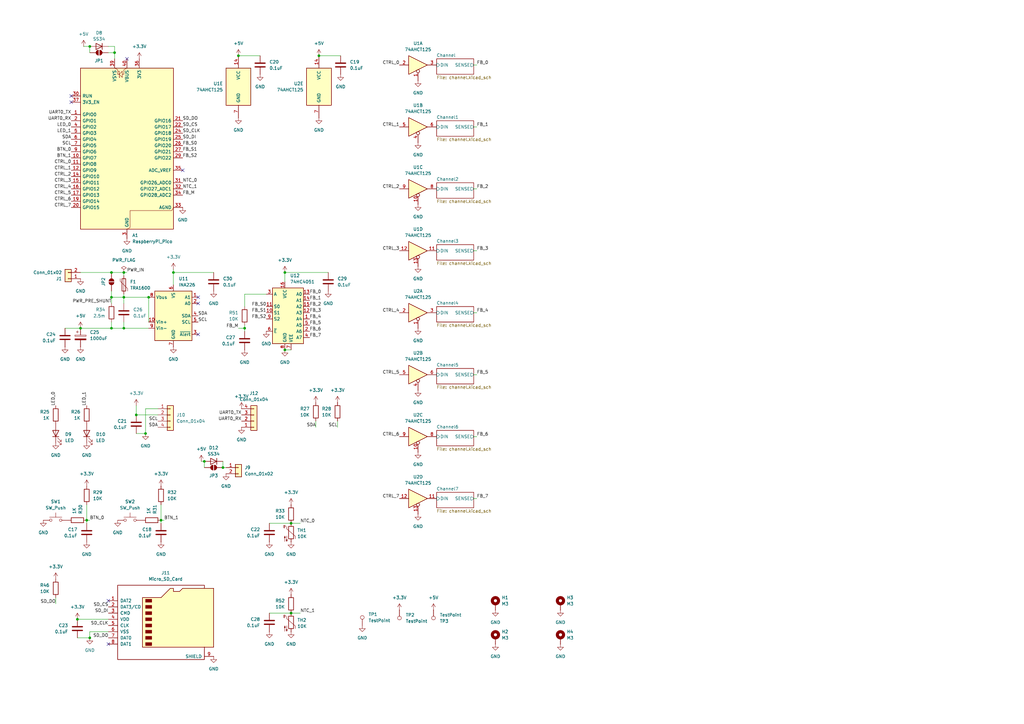
<source format=kicad_sch>
(kicad_sch (version 20250114) (generator "eeschema") (generator_version "9.0")
  (paper "A3")
  (junction (at 45.72 111.76))
  (junction (at 91.44 191.77))
  (junction (at 116.84 111.76))
  (junction (at 50.8 111.76))
  (junction (at 71.12 111.76))
  (junction (at 97.79 22.86))
  (junction (at 83.82 189.23))
  (junction (at 36.83 261.62))
  (junction (at 50.8 134.62))
  (junction (at 36.83 19.05))
  (junction (at 100.33 134.62))
  (junction (at 130.81 22.86))
  (junction (at 116.84 143.51))
  (junction (at 46.99 21.59))
  (junction (at 50.8 121.92))
  (junction (at 119.38 251.46))
  (junction (at 45.72 121.92))
  (junction (at 59.69 177.8))
  (junction (at 66.04 213.36))
  (junction (at 119.38 214.63))
  (junction (at 33.02 134.62))
  (junction (at 31.75 254))
  (junction (at 55.88 170.18))
  (junction (at 60.96 121.92))
  (junction (at 35.56 213.36))
  (junction (at 45.72 134.62))
  (no_connect (at 44.45 264.16))
  (no_connect (at 81.28 137.16))
  (no_connect (at 29.21 41.91))
  (no_connect (at 81.28 121.92))
  (no_connect (at 74.93 69.85))
  (no_connect (at 44.45 246.38))
  (no_connect (at 52.07 24.13))
  (no_connect (at 29.21 39.37))
  (no_connect (at 81.28 124.46))
  (wire (pts (xy 46.99 21.59) (xy 46.99 24.13)))
  (wire (pts (xy 31.75 261.62) (xy 36.83 261.62)))
  (wire (pts (xy 50.8 121.92) (xy 50.8 124.46)))
  (wire (pts (xy 83.82 189.23) (xy 83.82 191.77)))
  (wire (pts (xy 97.79 134.62) (xy 100.33 134.62)))
  (wire (pts (xy 59.69 167.64) (xy 59.69 177.8)))
  (wire (pts (xy 110.49 251.46) (xy 119.38 251.46)))
  (wire (pts (xy 22.86 247.65) (xy 22.86 245.11)))
  (wire (pts (xy 71.12 111.76) (xy 87.63 111.76)))
  (wire (pts (xy 50.8 132.08) (xy 50.8 134.62)))
  (wire (pts (xy 66.04 214.63) (xy 66.04 213.36)))
  (wire (pts (xy 64.77 167.64) (xy 59.69 167.64)))
  (wire (pts (xy 26.67 134.62) (xy 33.02 134.62)))
  (wire (pts (xy 44.45 19.05) (xy 46.99 19.05)))
  (wire (pts (xy 33.02 111.76) (xy 45.72 111.76)))
  (wire (pts (xy 195.58 128.27) (xy 194.31 128.27)))
  (wire (pts (xy 195.58 179.07) (xy 194.31 179.07)))
  (wire (pts (xy 195.58 52.07) (xy 194.31 52.07)))
  (wire (pts (xy 134.62 111.76) (xy 116.84 111.76)))
  (wire (pts (xy 60.96 121.92) (xy 60.96 132.08)))
  (wire (pts (xy 36.83 259.08) (xy 44.45 259.08)))
  (wire (pts (xy 36.83 213.36) (xy 35.56 213.36)))
  (wire (pts (xy 45.72 121.92) (xy 50.8 121.92)))
  (wire (pts (xy 195.58 26.67) (xy 194.31 26.67)))
  (wire (pts (xy 45.72 119.38) (xy 45.72 121.92)))
  (wire (pts (xy 52.07 111.76) (xy 50.8 111.76)))
  (wire (pts (xy 31.75 254) (xy 44.45 254)))
  (wire (pts (xy 45.72 132.08) (xy 45.72 134.62)))
  (wire (pts (xy 66.04 207.01) (xy 66.04 213.36)))
  (wire (pts (xy 100.33 120.65) (xy 109.22 120.65)))
  (wire (pts (xy 67.31 213.36) (xy 66.04 213.36)))
  (wire (pts (xy 195.58 102.87) (xy 194.31 102.87)))
  (wire (pts (xy 82.55 189.23) (xy 83.82 189.23)))
  (wire (pts (xy 116.84 143.51) (xy 119.38 143.51)))
  (wire (pts (xy 110.49 214.63) (xy 119.38 214.63)))
  (wire (pts (xy 33.02 134.62) (xy 45.72 134.62)))
  (wire (pts (xy 55.88 170.18) (xy 55.88 166.37)))
  (wire (pts (xy 36.83 261.62) (xy 36.83 259.08)))
  (wire (pts (xy 71.12 111.76) (xy 71.12 116.84)))
  (wire (pts (xy 50.8 111.76) (xy 50.8 113.03)))
  (wire (pts (xy 100.33 125.73) (xy 100.33 120.65)))
  (wire (pts (xy 100.33 135.89) (xy 100.33 134.62)))
  (wire (pts (xy 71.12 110.49) (xy 71.12 111.76)))
  (wire (pts (xy 97.79 22.86) (xy 106.68 22.86)))
  (wire (pts (xy 130.81 22.86) (xy 139.7 22.86)))
  (wire (pts (xy 195.58 77.47) (xy 194.31 77.47)))
  (wire (pts (xy 92.71 191.77) (xy 91.44 191.77)))
  (wire (pts (xy 194.31 204.47) (xy 195.58 204.47)))
  (wire (pts (xy 91.44 189.23) (xy 91.44 191.77)))
  (wire (pts (xy 45.72 121.92) (xy 45.72 124.46)))
  (wire (pts (xy 36.83 19.05) (xy 36.83 21.59)))
  (wire (pts (xy 195.58 153.67) (xy 194.31 153.67)))
  (wire (pts (xy 123.19 251.46) (xy 119.38 251.46)))
  (wire (pts (xy 123.19 214.63) (xy 119.38 214.63)))
  (wire (pts (xy 46.99 19.05) (xy 46.99 21.59)))
  (wire (pts (xy 45.72 111.76) (xy 50.8 111.76)))
  (wire (pts (xy 55.88 177.8) (xy 59.69 177.8)))
  (wire (pts (xy 50.8 121.92) (xy 60.96 121.92)))
  (wire (pts (xy 50.8 120.65) (xy 50.8 121.92)))
  (wire (pts (xy 129.54 175.26) (xy 129.54 172.72)))
  (wire (pts (xy 100.33 134.62) (xy 100.33 133.35)))
  (wire (pts (xy 138.43 175.26) (xy 138.43 172.72)))
  (wire (pts (xy 116.84 111.76) (xy 116.84 115.57)))
  (wire (pts (xy 35.56 207.01) (xy 35.56 213.36)))
  (wire (pts (xy 50.8 134.62) (xy 60.96 134.62)))
  (wire (pts (xy 64.77 170.18) (xy 55.88 170.18)))
  (wire (pts (xy 35.56 214.63) (xy 35.56 213.36)))
  (wire (pts (xy 45.72 134.62) (xy 50.8 134.62)))
  (wire (pts (xy 44.45 21.59) (xy 46.99 21.59)))
  (wire (pts (xy 34.29 19.05) (xy 36.83 19.05)))
  (label "SD_CS" (at 74.93 52.07 0))
  (label "CTRL_2" (at 29.21 72.39 180))
  (label "CTRL_0" (at 163.83 26.67 180))
  (label "BTN_1" (at 67.31 213.36 0))
  (label "SCL" (at 64.77 172.72 180))
  (label "SD_DI" (at 74.93 57.15 0))
  (label "FB_S2" (at 74.93 64.77 0))
  (label "FB_0" (at 195.58 26.67 0))
  (label "FB_S2" (at 109.22 130.81 180))
  (label "FB_4" (at 195.58 128.27 0))
  (label "CTRL_4" (at 29.21 77.47 180))
  (label "CTRL_5" (at 163.83 153.67 180))
  (label "FB_5" (at 195.58 153.67 0))
  (label "SD_DO" (at 44.45 261.62 180))
  (label "FB_2" (at 195.58 77.47 0))
  (label "UART0_TX" (at 99.06 170.18 180))
  (label "CTRL_0" (at 29.21 67.31 180))
  (label "BTN_0" (at 36.83 213.36 0))
  (label "SCL" (at 29.21 59.69 180))
  (label "UART0_RX" (at 29.21 49.53 180))
  (label "NTC_1" (at 123.19 251.46 0))
  (label "FB_4" (at 127 130.81 0))
  (label "LED_0" (at 29.21 52.07 180))
  (label "CTRL_1" (at 29.21 69.85 180))
  (label "BTN_0" (at 29.21 62.23 180))
  (label "NTC_0" (at 123.19 214.63 0))
  (label "FB_1" (at 195.58 52.07 0))
  (label "LED_1" (at 29.21 54.61 180))
  (label "FB_0" (at 127 120.65 0))
  (label "UART0_RX" (at 99.06 172.72 180))
  (label "SCL" (at 81.28 132.08 0))
  (label "FB_7" (at 127 138.43 0))
  (label "CTRL_6" (at 163.83 179.07 180))
  (label "CTRL_2" (at 163.83 77.47 180))
  (label "PWR_PRE_SHUNT" (at 45.72 124.46 180))
  (label "FB_5" (at 127 133.35 0))
  (label "FB_S1" (at 109.22 128.27 180))
  (label "CTRL_1" (at 163.83 52.07 180))
  (label "FB_M" (at 97.79 134.62 180))
  (label "FB_S0" (at 74.93 59.69 0))
  (label "FB_6" (at 127 135.89 0))
  (label "UART0_TX" (at 29.21 46.99 180))
  (label "SD_DO" (at 74.93 49.53 0))
  (label "SDA" (at 64.77 175.26 180))
  (label "CTRL_3" (at 29.21 74.93 180))
  (label "LED_1" (at 35.56 166.37 90))
  (label "FB_S0" (at 109.22 125.73 180))
  (label "SDA" (at 129.54 175.26 180))
  (label "FB_S1" (at 74.93 62.23 0))
  (label "SDA" (at 81.28 129.54 0))
  (label "CTRL_3" (at 163.83 102.87 180))
  (label "SD_DI" (at 44.45 251.46 180))
  (label "FB_3" (at 127 128.27 0))
  (label "NTC_1" (at 74.93 77.47 0))
  (label "CTRL_7" (at 29.21 85.09 180))
  (label "NTC_0" (at 74.93 74.93 0))
  (label "SD_CLK" (at 74.93 54.61 0))
  (label "SDA" (at 29.21 57.15 180))
  (label "FB_7" (at 195.58 204.47 0))
  (label "BTN_1" (at 29.21 64.77 180))
  (label "CTRL_6" (at 29.21 82.55 180))
  (label "CTRL_7" (at 163.83 204.47 180))
  (label "FB_1" (at 127 123.19 0))
  (label "SCL" (at 138.43 175.26 180))
  (label "PWR_IN" (at 52.07 111.76 0))
  (label "SD_DO" (at 22.86 247.65 180))
  (label "SD_CLK" (at 44.45 256.54 180))
  (label "CTRL_4" (at 163.83 128.27 180))
  (label "FB_M" (at 74.93 80.01 0))
  (label "SD_CS" (at 44.45 248.92 180))
  (label "FB_3" (at 195.58 102.87 0))
  (label "CTRL_5" (at 29.21 80.01 180))
  (label "FB_2" (at 127 125.73 0))
  (label "FB_6" (at 195.58 179.07 0))
  (label "LED_0" (at 22.86 166.37 90))
  (symbol (lib_id "power:+3.3V") (at 163.83 250.19 0) (unit 1)
    (property "Reference" "#PWR080" (effects (hide yes)))
    (property "Value" "+3.3V" (at 163.83 245.11 0))
    (property "Description" "Power symbol creates a global label with name \"+3.3V\"" (effects (hide yes)))
  )
  (symbol (lib_id "Connector:TestPoint") (at 177.8 250.19 0) (mirror x) (unit 1)
    (property "Reference" "TP3" (at 180.34 254.7621 0) (effects (justify left)))
    (property "Value" "TestPoint" (at 180.34 252.2221 0) (effects (justify left)))
    (property "Footprint" "TestPoint:TestPoint_THTPad_D2.0mm_Drill1.0mm" (effects (hide yes)))
    (property "Description" "test point" (effects (hide yes)))
  )
  (symbol (lib_id "Device:R") (at 66.04 203.2 0) (unit 1)
    (property "Reference" "R32" (at 68.58 201.9299 0) (effects (justify left)))
    (property "Value" "10K" (at 68.58 204.4699 0) (effects (justify left)))
    (property "Footprint" "Resistor_SMD:R_0603_1608Metric" (effects (hide yes)))
    (property "Description" "Resistor" (effects (hide yes)))
  )
  (symbol (lib_id "Device:C") (at 50.8 128.27 0) (unit 1)
    (property "Reference" "C26" (at 54.61 126.9999 0) (effects (justify left)))
    (property "Value" "0.1uF" (at 54.61 129.5399 0) (effects (justify left)))
    (property "Footprint" "Capacitor_SMD:C_0603_1608Metric" (effects (hide yes)))
    (property "Description" "Unpolarized capacitor" (effects (hide yes)))
  )
  (symbol (lib_id "74xx:74AHCT125") (at 171.45 52.07 0) (unit 2)
    (property "Reference" "U1" (at 171.45 43.18 0))
    (property "Value" "74AHCT125" (at 171.45 45.72 0))
    (property "Footprint" "Package_SO:TSSOP-14_4.4x5mm_P0.65mm" (effects (hide yes)))
    (property "Datasheet" "https://www.ti.com/lit/ds/symlink/sn74ahct125.pdf" (effects (hide yes)))
    (property "Description" "Quadruple Bus Buffer Gates With 3-State Outputs" (effects (hide yes)))
    (property "LCSC" "C36365" (effects (hide yes)))
  )
  (symbol (lib_id "Device:R") (at 22.86 170.18 0) (mirror y) (unit 1)
    (property "Reference" "R25" (at 20.32 168.9099 0) (effects (justify left)))
    (property "Value" "1K" (at 20.32 171.4499 0) (effects (justify left)))
    (property "Footprint" "Resistor_SMD:R_0603_1608Metric" (effects (hide yes)))
    (property "Description" "Resistor" (effects (hide yes)))
  )
  (symbol (lib_id "Device:Polyfuse") (at 50.8 116.84 0) (unit 1)
    (property "Reference" "F1" (at 53.34 115.5699 0) (effects (justify left)))
    (property "Value" "TRA1600" (at 53.34 118.1099 0) (effects (justify left)))
    (property "Footprint" "Fuse:Fuse_Bourns_MF-RHT1300" (effects (hide yes)))
    (property "Description" "Resettable fuse, polymeric positive temperature coefficient" (effects (hide yes)))
    (property "LCSC" "C5678529" (effects (hide yes)))
  )
  (symbol (lib_id "power:+3.3V") (at 129.54 165.1 0) (unit 1)
    (property "Reference" "#PWR087" (effects (hide yes)))
    (property "Value" "+3.3V" (at 129.54 160.02 0))
    (property "Description" "Power symbol creates a global label with name \"+3.3V\"" (effects (hide yes)))
  )
  (symbol (lib_id "Device:C") (at 139.7 26.67 0) (unit 1)
    (property "Reference" "C19" (at 143.51 25.3999 0) (effects (justify left)))
    (property "Value" "0.1uF" (at 143.51 27.9399 0) (effects (justify left)))
    (property "Footprint" "Capacitor_SMD:C_0603_1608Metric" (effects (hide yes)))
    (property "Description" "Unpolarized capacitor" (effects (hide yes)))
  )
  (symbol (lib_id "power:+3.3V") (at 71.12 110.49 0) (unit 1)
    (property "Reference" "#PWR0106" (effects (hide yes)))
    (property "Value" "+3.3V" (at 71.12 105.41 0))
    (property "Description" "Power symbol creates a global label with name \"+3.3V\"" (effects (hide yes)))
  )
  (symbol (lib_id "Device:Thermistor_NTC") (at 119.38 218.44 0) (unit 1)
    (property "Reference" "TH1" (at 121.92 217.4874 0) (effects (justify left)))
    (property "Value" "10K" (at 121.92 220.0274 0) (effects (justify left)))
    (property "Footprint" "Resistor_SMD:R_0603_1608Metric" (effects (hide yes)))
    (property "Description" "Temperature dependent resistor, negative temperature coefficient" (effects (hide yes)))
  )
  (symbol (lib_id "74xx:74AHCT125") (at 171.45 26.67 0) (unit 1)
    (property "Reference" "U1" (at 171.45 17.78 0))
    (property "Value" "74AHCT125" (at 171.45 20.32 0))
    (property "Footprint" "Package_SO:TSSOP-14_4.4x5mm_P0.65mm" (effects (hide yes)))
    (property "Datasheet" "https://www.ti.com/lit/ds/symlink/sn74ahct125.pdf" (effects (hide yes)))
    (property "Description" "Quadruple Bus Buffer Gates With 3-State Outputs" (effects (hide yes)))
    (property "LCSC" "C36365" (effects (hide yes)))
  )
  (symbol (lib_id "power:GND") (at 203.2 250.19 0) (unit 1)
    (property "Reference" "#PWR0109" (effects (hide yes)))
    (property "Value" "GND" (at 203.2 255.27 0))
    (property "Description" "Power symbol creates a global label with name \"GND\" , ground" (effects (hide yes)))
  )
  (symbol (lib_id "power:GND") (at 229.87 264.16 0) (unit 1)
    (property "Reference" "#PWR0112" (effects (hide yes)))
    (property "Value" "GND" (at 229.87 269.24 0))
    (property "Description" "Power symbol creates a global label with name \"GND\" , ground" (effects (hide yes)))
  )
  (symbol (lib_id "74xx:74AHCT125") (at 171.45 179.07 0) (unit 3)
    (property "Reference" "U2" (at 171.45 170.18 0))
    (property "Value" "74AHCT125" (at 171.45 172.72 0))
    (property "Footprint" "Package_SO:TSSOP-14_4.4x5mm_P0.65mm" (effects (hide yes)))
    (property "Datasheet" "https://www.ti.com/lit/ds/symlink/sn74ahct125.pdf" (effects (hide yes)))
    (property "Description" "Quadruple Bus Buffer Gates With 3-State Outputs" (effects (hide yes)))
    (property "LCSC" "C36365" (effects (hide yes)))
  )
  (symbol (lib_id "Device:C") (at 55.88 173.99 0) (mirror y) (unit 1)
    (property "Reference" "C21" (at 52.07 172.7199 0) (effects (justify left)))
    (property "Value" "0.1uF" (at 52.07 175.2599 0) (effects (justify left)))
    (property "Footprint" "Capacitor_SMD:C_0603_1608Metric" (effects (hide yes)))
    (property "Description" "Unpolarized capacitor" (effects (hide yes)))
  )
  (symbol (lib_id "Mechanical:MountingHole_Pad") (at 203.2 247.65 0) (unit 1) (in_bom no)
    (property "Reference" "H1" (at 205.74 245.1099 0) (effects (justify left)))
    (property "Value" "M3" (at 205.74 247.6499 0) (effects (justify left)))
    (property "Footprint" "MountingHole:MountingHole_3.2mm_M3_ISO7380_Pad_TopBottom" (effects (hide yes)))
    (property "Description" "Mounting Hole with connection" (effects (hide yes)))
  )
  (symbol (lib_id "Device:C") (at 31.75 257.81 0) (mirror y) (unit 1)
    (property "Reference" "C23" (at 27.94 256.5399 0) (effects (justify left)))
    (property "Value" "0.1uF" (at 27.94 259.0799 0) (effects (justify left)))
    (property "Footprint" "Capacitor_SMD:C_0603_1608Metric" (effects (hide yes)))
    (property "Description" "Unpolarized capacitor" (effects (hide yes)))
  )
  (symbol (lib_id "Connector:Micro_SD_Card") (at 67.31 254 0) (unit 1)
    (property "Reference" "J11" (at 67.945 234.95 0))
    (property "Value" "Micro_SD_Card" (at 67.945 237.49 0))
    (property "Footprint" "easyeda2kicad:TF-SMD_TF-021B-H265" (effects (hide yes)))
    (property "Description" "Micro SD Card Socket" (effects (hide yes)))
    (property "LCSC" "C498185" (effects (hide yes)))
  )
  (symbol (lib_id "power:GND") (at 119.38 222.25 0) (unit 1)
    (property "Reference" "#PWR097" (effects (hide yes)))
    (property "Value" "GND" (at 119.38 227.33 0))
    (property "Description" "Power symbol creates a global label with name \"GND\" , ground" (effects (hide yes)))
  )
  (symbol (lib_id "power:+3.3V") (at 35.56 199.39 0) (unit 1)
    (property "Reference" "#PWR091" (effects (hide yes)))
    (property "Value" "+3.3V" (at 35.56 194.31 0))
    (property "Description" "Power symbol creates a global label with name \"+3.3V\"" (effects (hide yes)))
  )
  (symbol (lib_id "power:GND") (at 139.7 30.48 0) (unit 1)
    (property "Reference" "#PWR095" (effects (hide yes)))
    (property "Value" "GND" (at 139.7 35.56 0))
    (property "Description" "Power symbol creates a global label with name \"GND\" , ground" (effects (hide yes)))
  )
  (symbol (lib_id "Device:R") (at 100.33 129.54 0) (mirror y) (unit 1)
    (property "Reference" "R51" (at 97.79 128.2699 0) (effects (justify left)))
    (property "Value" "10K" (at 97.79 130.8099 0) (effects (justify left)))
    (property "Footprint" "Resistor_SMD:R_0603_1608Metric" (effects (hide yes)))
    (property "Description" "Resistor" (effects (hide yes)))
  )
  (symbol (lib_id "Switch:SW_Push") (at 53.34 213.36 0) (unit 1) (in_bom no)
    (property "Reference" "SW2" (at 53.34 205.74 0))
    (property "Value" "SW_Push" (at 53.34 208.28 0))
    (property "Footprint" "Button_Switch_THT:SW_PUSH_6mm_H5mm" (effects (hide yes)))
    (property "Description" "Push button switch, generic, two pins" (effects (hide yes)))
  )
  (symbol (lib_id "power:GND") (at 109.22 135.89 0) (unit 1)
    (property "Reference" "#PWR0118" (effects (hide yes)))
    (property "Value" "GND" (at 109.22 140.97 0))
    (property "Description" "Power symbol creates a global label with name \"GND\" , ground" (effects (hide yes)))
  )
  (symbol (lib_id "Connector_Generic:Conn_01x02") (at 97.79 191.77 0) (unit 1)
    (property "Reference" "J9" (at 100.33 191.7699 0) (effects (justify left)))
    (property "Value" "Conn_01x02" (at 100.33 194.3099 0) (effects (justify left)))
    (property "Footprint" "Connector_JST:JST_PH_S2B-PH-K_1x02_P2.00mm_Horizontal" (effects (hide yes)))
    (property "Description" "Generic connector, single row, 01x02, script generated (kicad-library-utils/schlib/autogen/connector/)" (effects (hide yes)))
  )
  (symbol (lib_id "Connector_Generic:Conn_01x04") (at 104.14 172.72 0) (mirror x) (unit 1) (in_bom no)
    (property "Reference" "J12" (at 104.14 161.29 0))
    (property "Value" "Conn_01x04" (at 104.14 163.83 0))
    (property "Footprint" "Connector_PinHeader_2.54mm:PinHeader_1x04_P2.54mm_Vertical" (effects (hide yes)))
    (property "Description" "Generic connector, single row, 01x04, script generated (kicad-library-utils/schlib/autogen/connector/)" (effects (hide yes)))
  )
  (symbol (lib_id "74xx:74AHCT125") (at 97.79 35.56 0) (mirror y) (unit 5)
    (property "Reference" "U1" (at 91.44 34.2899 0) (effects (justify left)))
    (property "Value" "74AHCT125" (at 91.44 36.8299 0) (effects (justify left)))
    (property "Footprint" "Package_SO:TSSOP-14_4.4x5mm_P0.65mm" (effects (hide yes)))
    (property "Datasheet" "https://www.ti.com/lit/ds/symlink/sn74ahct125.pdf" (effects (hide yes)))
    (property "Description" "Quadruple Bus Buffer Gates With 3-State Outputs" (effects (hide yes)))
    (property "LCSC" "C36365" (effects (hide yes)))
  )
  (symbol (lib_id "power:GND") (at 171.45 185.42 0) (unit 1)
    (property "Reference" "#PWR075" (effects (hide yes)))
    (property "Value" "GND" (at 171.45 190.5 0))
    (property "Description" "Power symbol creates a global label with name \"GND\" , ground" (effects (hide yes)))
  )
  (symbol (lib_id "power:GND") (at 52.07 97.79 0) (unit 1)
    (property "Reference" "#PWR065" (effects (hide yes)))
    (property "Value" "GND" (at 52.07 102.87 0))
    (property "Description" "Power symbol creates a global label with name \"GND\" , ground" (effects (hide yes)))
  )
  (symbol (lib_id "power:GND") (at 110.49 259.08 0) (unit 1)
    (property "Reference" "#PWR0121" (effects (hide yes)))
    (property "Value" "GND" (at 110.49 264.16 0))
    (property "Description" "Power symbol creates a global label with name \"GND\" , ground" (effects (hide yes)))
  )
  (symbol (lib_id "Mechanical:MountingHole_Pad") (at 229.87 261.62 0) (unit 1) (in_bom no)
    (property "Reference" "H4" (at 232.41 259.0799 0) (effects (justify left)))
    (property "Value" "M3" (at 232.41 261.6199 0) (effects (justify left)))
    (property "Footprint" "MountingHole:MountingHole_3.2mm_M3_ISO7380_Pad_TopBottom" (effects (hide yes)))
    (property "Description" "Mounting Hole with connection" (effects (hide yes)))
  )
  (symbol (lib_id "Jumper:SolderJumper_2_Open") (at 40.64 21.59 0) (mirror y) (unit 1) (in_bom no)
    (property "Reference" "JP1" (at 40.64 24.892 0))
    (property "Value" "SolderJumper_2_Open" (effects (hide yes)))
    (property "Footprint" "Jumper:SolderJumper-2_P1.3mm_Open_Pad1.0x1.5mm" (effects (hide yes)))
    (property "Description" "Solder Jumper, 2-pole, open" (effects (hide yes)))
  )
  (symbol (lib_id "power:GND") (at 92.71 194.31 0) (unit 1)
    (property "Reference" "#PWR0113" (effects (hide yes)))
    (property "Value" "GND" (at 92.71 199.39 0))
    (property "Description" "Power symbol creates a global label with name \"GND\" , ground" (effects (hide yes)))
  )
  (symbol (lib_id "power:+5V") (at 97.79 22.86 0) (unit 1)
    (property "Reference" "#PWR070" (effects (hide yes)))
    (property "Value" "+5V" (at 97.79 17.78 0))
    (property "Description" "Power symbol creates a global label with name \"+5V\"" (effects (hide yes)))
  )
  (symbol (lib_id "Device:R") (at 129.54 168.91 0) (mirror y) (unit 1)
    (property "Reference" "R27" (at 127 167.6399 0) (effects (justify left)))
    (property "Value" "10K" (at 127 170.1799 0) (effects (justify left)))
    (property "Footprint" "Resistor_SMD:R_0603_1608Metric" (effects (hide yes)))
    (property "Description" "Resistor" (effects (hide yes)))
  )
  (symbol (lib_id "power:+3.3V") (at 57.15 24.13 0) (unit 1)
    (property "Reference" "#PWR068" (effects (hide yes)))
    (property "Value" "+3.3V" (at 57.15 19.05 0))
    (property "Description" "Power symbol creates a global label with name \"+3.3V\"" (effects (hide yes)))
  )
  (symbol (lib_id "power:GND") (at 35.56 222.25 0) (unit 1)
    (property "Reference" "#PWR090" (effects (hide yes)))
    (property "Value" "GND" (at 35.56 227.33 0))
    (property "Description" "Power symbol creates a global label with name \"GND\" , ground" (effects (hide yes)))
  )
  (symbol (lib_id "power:GND") (at 171.45 58.42 0) (unit 1)
    (property "Reference" "#PWR059" (effects (hide yes)))
    (property "Value" "GND" (at 171.45 63.5 0))
    (property "Description" "Power symbol creates a global label with name \"GND\" , ground" (effects (hide yes)))
  )
  (symbol (lib_id "74xx:74AHCT125") (at 171.45 128.27 0) (unit 1)
    (property "Reference" "U2" (at 171.45 119.38 0))
    (property "Value" "74AHCT125" (at 171.45 121.92 0))
    (property "Footprint" "Package_SO:TSSOP-14_4.4x5mm_P0.65mm" (effects (hide yes)))
    (property "Datasheet" "https://www.ti.com/lit/ds/symlink/sn74ahct125.pdf" (effects (hide yes)))
    (property "Description" "Quadruple Bus Buffer Gates With 3-State Outputs" (effects (hide yes)))
    (property "LCSC" "C36365" (effects (hide yes)))
  )
  (symbol (lib_id "power:+3.3V") (at 119.38 243.84 0) (unit 1)
    (property "Reference" "#PWR0122" (effects (hide yes)))
    (property "Value" "+3.3V" (at 119.38 238.76 0))
    (property "Description" "Power symbol creates a global label with name \"+3.3V\"" (effects (hide yes)))
  )
  (symbol (lib_id "Connector_Generic:Conn_01x04") (at 69.85 170.18 0) (unit 1) (in_bom no)
    (property "Reference" "J10" (at 72.39 170.1799 0) (effects (justify left)))
    (property "Value" "Conn_01x04" (at 72.39 172.7199 0) (effects (justify left)))
    (property "Footprint" "Connector_PinHeader_2.54mm:PinHeader_1x04_P2.54mm_Vertical" (effects (hide yes)))
    (property "Description" "Generic connector, single row, 01x04, script generated (kicad-library-utils/schlib/autogen/connector/)" (effects (hide yes)))
  )
  (symbol (lib_id "power:GND") (at 134.62 119.38 0) (unit 1)
    (property "Reference" "#PWR0124" (effects (hide yes)))
    (property "Value" "GND" (at 134.62 124.46 0))
    (property "Description" "Power symbol creates a global label with name \"GND\" , ground" (effects (hide yes)))
  )
  (symbol (lib_id "power:+3.3V") (at 99.06 167.64 0) (unit 1)
    (property "Reference" "#PWR0119" (effects (hide yes)))
    (property "Value" "+3.3V" (at 99.06 162.56 0))
    (property "Description" "Power symbol creates a global label with name \"+3.3V\"" (effects (hide yes)))
  )
  (symbol (lib_id "power:GND") (at 100.33 143.51 0) (unit 1)
    (property "Reference" "#PWR0117" (effects (hide yes)))
    (property "Value" "GND" (at 100.33 148.59 0))
    (property "Description" "Power symbol creates a global label with name \"GND\" , ground" (effects (hide yes)))
  )
  (symbol (lib_id "74xx:74AHCT125") (at 130.81 35.56 0) (mirror y) (unit 5)
    (property "Reference" "U2" (at 124.46 34.2899 0) (effects (justify left)))
    (property "Value" "74AHCT125" (at 124.46 36.8299 0) (effects (justify left)))
    (property "Footprint" "Package_SO:TSSOP-14_4.4x5mm_P0.65mm" (effects (hide yes)))
    (property "Datasheet" "https://www.ti.com/lit/ds/symlink/sn74ahct125.pdf" (effects (hide yes)))
    (property "Description" "Quadruple Bus Buffer Gates With 3-State Outputs" (effects (hide yes)))
    (property "LCSC" "C36365" (effects (hide yes)))
  )
  (symbol (lib_id "power:GND") (at 171.45 134.62 0) (unit 1)
    (property "Reference" "#PWR073" (effects (hide yes)))
    (property "Value" "GND" (at 171.45 139.7 0))
    (property "Description" "Power symbol creates a global label with name \"GND\" , ground" (effects (hide yes)))
  )
  (symbol (lib_id "power:GND") (at 229.87 250.19 0) (unit 1)
    (property "Reference" "#PWR0111" (effects (hide yes)))
    (property "Value" "GND" (at 229.87 255.27 0))
    (property "Description" "Power symbol creates a global label with name \"GND\" , ground" (effects (hide yes)))
  )
  (symbol (lib_id "Device:R") (at 119.38 247.65 0) (mirror y) (unit 1)
    (property "Reference" "R52" (at 116.84 246.3799 0) (effects (justify left)))
    (property "Value" "10K" (at 116.84 248.9199 0) (effects (justify left)))
    (property "Footprint" "Resistor_SMD:R_0603_1608Metric" (effects (hide yes)))
    (property "Description" "Resistor" (effects (hide yes)))
  )
  (symbol (lib_id "power:GND") (at 87.63 119.38 0) (unit 1)
    (property "Reference" "#PWR0125" (effects (hide yes)))
    (property "Value" "GND" (at 87.63 124.46 0))
    (property "Description" "Power symbol creates a global label with name \"GND\" , ground" (effects (hide yes)))
  )
  (symbol (lib_id "power:GND") (at 74.93 85.09 0) (unit 1)
    (property "Reference" "#PWR066" (effects (hide yes)))
    (property "Value" "GND" (at 74.93 90.17 0))
    (property "Description" "Power symbol creates a global label with name \"GND\" , ground" (effects (hide yes)))
  )
  (symbol (lib_id "74xx:74AHCT125") (at 171.45 153.67 0) (unit 2)
    (property "Reference" "U2" (at 171.45 144.78 0))
    (property "Value" "74AHCT125" (at 171.45 147.32 0))
    (property "Footprint" "Package_SO:TSSOP-14_4.4x5mm_P0.65mm" (effects (hide yes)))
    (property "Datasheet" "https://www.ti.com/lit/ds/symlink/sn74ahct125.pdf" (effects (hide yes)))
    (property "Description" "Quadruple Bus Buffer Gates With 3-State Outputs" (effects (hide yes)))
    (property "LCSC" "C36365" (effects (hide yes)))
  )
  (symbol (lib_id "power:GND") (at 171.45 109.22 0) (unit 1)
    (property "Reference" "#PWR061" (effects (hide yes)))
    (property "Value" "GND" (at 171.45 114.3 0))
    (property "Description" "Power symbol creates a global label with name \"GND\" , ground" (effects (hide yes)))
  )
  (symbol (lib_id "power:+3.3V") (at 22.86 237.49 0) (unit 1)
    (property "Reference" "#PWR0135" (effects (hide yes)))
    (property "Value" "+3.3V" (at 22.86 232.41 0))
    (property "Description" "Power symbol creates a global label with name \"+3.3V\"" (effects (hide yes)))
  )
  (symbol (lib_id "power:+5V") (at 82.55 189.23 0) (unit 1)
    (property "Reference" "#PWR0114" (effects (hide yes)))
    (property "Value" "+5V" (at 82.55 184.15 0))
    (property "Description" "Power symbol creates a global label with name \"+5V\"" (effects (hide yes)))
  )
  (symbol (lib_id "power:+3.3V") (at 116.84 111.76 0) (unit 1)
    (property "Reference" "#PWR0115" (effects (hide yes)))
    (property "Value" "+3.3V" (at 116.84 106.68 0))
    (property "Description" "Power symbol creates a global label with name \"+3.3V\"" (effects (hide yes)))
  )
  (symbol (lib_id "power:GND") (at 36.83 261.62 0) (unit 1)
    (property "Reference" "#PWR0100" (effects (hide yes)))
    (property "Value" "GND" (at 36.83 266.7 0))
    (property "Description" "Power symbol creates a global label with name \"GND\" , ground" (effects (hide yes)))
  )
  (symbol (lib_id "74xx:74HC4051") (at 116.84 128.27 0) (unit 1)
    (property "Reference" "U12" (at 118.9833 113.03 0) (effects (justify left)))
    (property "Value" "74HC4051" (at 118.9833 115.57 0) (effects (justify left)))
    (property "Footprint" "Package_SO:TSSOP-16_4.4x5mm_P0.65mm" (effects (hide yes)))
    (property "Datasheet" "http://www.ti.com/lit/ds/symlink/cd74hc4051.pdf" (effects (hide yes)))
    (property "Description" "8-channel analog multiplexer/demultiplexer, DIP-16/SOIC-16/TSSOP-16" (effects (hide yes)))
    (property "LCSC" "C352826" (effects (hide yes)))
  )
  (symbol (lib_id "Device:C_Polarized") (at 33.02 138.43 0) (unit 1)
    (property "Reference" "C25" (at 36.83 136.2709 0) (effects (justify left)))
    (property "Value" "1000uF" (at 36.83 138.8109 0) (effects (justify left)))
    (property "Footprint" "Capacitor_THT:C_Radial_D12.5mm_H20.0mm_P5.00mm" (effects (hide yes)))
    (property "Description" "Polarized capacitor" (effects (hide yes)))
    (property "LCSC" "C88743" (effects (hide yes)))
  )
  (symbol (lib_id "Mechanical:MountingHole_Pad") (at 229.87 247.65 0) (unit 1) (in_bom no)
    (property "Reference" "H3" (at 232.41 245.1099 0) (effects (justify left)))
    (property "Value" "M3" (at 232.41 247.6499 0) (effects (justify left)))
    (property "Footprint" "MountingHole:MountingHole_3.2mm_M3_ISO7380_Pad_TopBottom" (effects (hide yes)))
    (property "Description" "Mounting Hole with connection" (effects (hide yes)))
  )
  (symbol (lib_id "power:GND") (at 203.2 264.16 0) (unit 1)
    (property "Reference" "#PWR0110" (effects (hide yes)))
    (property "Value" "GND" (at 203.2 269.24 0))
    (property "Description" "Power symbol creates a global label with name \"GND\" , ground" (effects (hide yes)))
  )
  (symbol (lib_id "power:GND") (at 35.56 181.61 0) (unit 1)
    (property "Reference" "#PWR084" (effects (hide yes)))
    (property "Value" "GND" (at 35.56 186.69 0))
    (property "Description" "Power symbol creates a global label with name \"GND\" , ground" (effects (hide yes)))
  )
  (symbol (lib_id "Device:R") (at 31.75 213.36 270) (mirror x) (unit 1)
    (property "Reference" "R30" (at 33.0201 210.82 0) (effects (justify left)))
    (property "Value" "1K" (at 30.4801 210.82 0) (effects (justify left)))
    (property "Footprint" "Resistor_SMD:R_0603_1608Metric" (effects (hide yes)))
    (property "Description" "Resistor" (effects (hide yes)))
  )
  (symbol (lib_id "power:+5V") (at 177.8 250.19 0) (unit 1)
    (property "Reference" "#PWR0108" (effects (hide yes)))
    (property "Value" "+5V" (at 177.8 245.11 0))
    (property "Description" "Power symbol creates a global label with name \"+5V\"" (effects (hide yes)))
  )
  (symbol (lib_id "74xx:74AHCT125") (at 171.45 102.87 0) (unit 4)
    (property "Reference" "U1" (at 171.45 93.98 0))
    (property "Value" "74AHCT125" (at 171.45 96.52 0))
    (property "Footprint" "Package_SO:TSSOP-14_4.4x5mm_P0.65mm" (effects (hide yes)))
    (property "Datasheet" "https://www.ti.com/lit/ds/symlink/sn74ahct125.pdf" (effects (hide yes)))
    (property "Description" "Quadruple Bus Buffer Gates With 3-State Outputs" (effects (hide yes)))
    (property "LCSC" "C36365" (effects (hide yes)))
  )
  (symbol (lib_id "power:GND") (at 171.45 33.02 0) (unit 1)
    (property "Reference" "#PWR09" (effects (hide yes)))
    (property "Value" "GND" (at 171.45 38.1 0))
    (property "Description" "Power symbol creates a global label with name \"GND\" , ground" (effects (hide yes)))
  )
  (symbol (lib_id "Device:C") (at 110.49 255.27 0) (mirror y) (unit 1)
    (property "Reference" "C28" (at 106.68 253.9999 0) (effects (justify left)))
    (property "Value" "0.1uF" (at 106.68 256.5399 0) (effects (justify left)))
    (property "Footprint" "Capacitor_SMD:C_0603_1608Metric" (effects (hide yes)))
    (property "Description" "Unpolarized capacitor" (effects (hide yes)))
  )
  (symbol (lib_id "power:GND") (at 33.02 142.24 0) (unit 1)
    (property "Reference" "#PWR0103" (effects (hide yes)))
    (property "Value" "GND" (at 33.02 147.32 0))
    (property "Description" "Power symbol creates a global label with name \"GND\" , ground" (effects (hide yes)))
  )
  (symbol (lib_id "power:+3.3V") (at 119.38 207.01 0) (unit 1)
    (property "Reference" "#PWR099" (effects (hide yes)))
    (property "Value" "+3.3V" (at 119.38 201.93 0))
    (property "Description" "Power symbol creates a global label with name \"+3.3V\"" (effects (hide yes)))
  )
  (symbol (lib_id "power:PWR_FLAG") (at 50.8 111.76 0) (unit 1)
    (property "Reference" "#FLG01" (effects (hide yes)))
    (property "Value" "PWR_FLAG" (at 50.8 106.68 0))
    (property "Description" "Special symbol for telling ERC where power comes from" (effects (hide yes)))
  )
  (symbol (lib_id "Device:R") (at 62.23 213.36 270) (mirror x) (unit 1)
    (property "Reference" "R31" (at 63.5001 210.82 0) (effects (justify left)))
    (property "Value" "1K" (at 60.9601 210.82 0) (effects (justify left)))
    (property "Footprint" "Resistor_SMD:R_0603_1608Metric" (effects (hide yes)))
    (property "Description" "Resistor" (effects (hide yes)))
  )
  (symbol (lib_id "power:+5V") (at 33.02 134.62 0) (unit 1)
    (property "Reference" "#PWR0107" (effects (hide yes)))
    (property "Value" "+5V" (at 33.02 129.54 0))
    (property "Description" "Power symbol creates a global label with name \"+5V\"" (effects (hide yes)))
  )
  (symbol (lib_id "Jumper:SolderJumper_2_Open") (at 87.63 191.77 0) (mirror y) (unit 1) (in_bom no)
    (property "Reference" "JP3" (at 87.63 195.072 0))
    (property "Value" "SolderJumper_2_Open" (effects (hide yes)))
    (property "Footprint" "Jumper:SolderJumper-2_P1.3mm_Open_Pad1.0x1.5mm" (effects (hide yes)))
    (property "Description" "Solder Jumper, 2-pole, open" (effects (hide yes)))
  )
  (symbol (lib_id "74xx:74AHCT125") (at 171.45 77.47 0) (unit 3)
    (property "Reference" "U1" (at 171.45 68.58 0))
    (property "Value" "74AHCT125" (at 171.45 71.12 0))
    (property "Footprint" "Package_SO:TSSOP-14_4.4x5mm_P0.65mm" (effects (hide yes)))
    (property "Datasheet" "https://www.ti.com/lit/ds/symlink/sn74ahct125.pdf" (effects (hide yes)))
    (property "Description" "Quadruple Bus Buffer Gates With 3-State Outputs" (effects (hide yes)))
    (property "LCSC" "C36365" (effects (hide yes)))
  )
  (symbol (lib_id "Jumper:SolderJumper_2_Open") (at 45.72 115.57 270) (mirror x) (unit 1) (in_bom no)
    (property "Reference" "JP2" (at 42.418 115.57 0))
    (property "Value" "SolderJumper_2_Open" (effects (hide yes)))
    (property "Footprint" "Jumper:SolderJumper-2_P1.3mm_Open_Pad1.0x1.5mm" (effects (hide yes)))
    (property "Description" "Solder Jumper, 2-pole, open" (effects (hide yes)))
  )
  (symbol (lib_id "Device:C") (at 106.68 26.67 0) (unit 1)
    (property "Reference" "C20" (at 110.49 25.3999 0) (effects (justify left)))
    (property "Value" "0.1uF" (at 110.49 27.9399 0) (effects (justify left)))
    (property "Footprint" "Capacitor_SMD:C_0603_1608Metric" (effects (hide yes)))
    (property "Description" "Unpolarized capacitor" (effects (hide yes)))
  )
  (symbol (lib_id "Device:C") (at 134.62 115.57 0) (unit 1)
    (property "Reference" "C29" (at 138.43 114.2999 0) (effects (justify left)))
    (property "Value" "0.1uF" (at 138.43 116.8399 0) (effects (justify left)))
    (property "Footprint" "Capacitor_SMD:C_0603_1608Metric" (effects (hide yes)))
    (property "Description" "Unpolarized capacitor" (effects (hide yes)))
  )
  (symbol (lib_id "power:GND") (at 87.63 269.24 0) (unit 1)
    (property "Reference" "#PWR0102" (effects (hide yes)))
    (property "Value" "GND" (at 87.63 274.32 0))
    (property "Description" "Power symbol creates a global label with name \"GND\" , ground" (effects (hide yes)))
  )
  (symbol (lib_id "Device:R") (at 22.86 241.3 0) (mirror y) (unit 1)
    (property "Reference" "R46" (at 20.32 240.0299 0) (effects (justify left)))
    (property "Value" "10K" (at 20.32 242.5699 0) (effects (justify left)))
    (property "Footprint" "Resistor_SMD:R_0603_1608Metric" (effects (hide yes)))
    (property "Description" "Resistor" (effects (hide yes)))
  )
  (symbol (lib_id "Device:R") (at 45.72 128.27 0) (unit 1)
    (property "Reference" "R34" (at 43.18 126.9999 0) (effects (justify right)))
    (property "Value" "2.5m" (at 43.18 129.5399 0) (effects (justify right)))
    (property "Footprint" "Resistor_SMD:R_2512_6332Metric" (effects (hide yes)))
    (property "Description" "Resistor" (effects (hide yes)))
    (property "LCSC" "C7420002" (effects (hide yes)))
  )
  (symbol (lib_id "Device:D") (at 87.63 189.23 180) (unit 1)
    (property "Reference" "D12" (at 87.63 183.642 0))
    (property "Value" "SS34" (at 87.63 186.182 0))
    (property "Footprint" "Diode_SMD:D_SMA" (effects (hide yes)))
    (property "Description" "Diode" (effects (hide yes)))
    (property "Sim.Device" "D" (effects (hide yes)))
    (property "Sim.Pins" "1=K 2=A" (effects (hide yes)))
    (property "LCSC" "C8678" (effects (hide yes)))
  )
  (symbol (lib_id "power:GND") (at 106.68 30.48 0) (unit 1)
    (property "Reference" "#PWR096" (effects (hide yes)))
    (property "Value" "GND" (at 106.68 35.56 0))
    (property "Description" "Power symbol creates a global label with name \"GND\" , ground" (effects (hide yes)))
  )
  (symbol (lib_id "Device:C") (at 66.04 218.44 0) (mirror y) (unit 1)
    (property "Reference" "C18" (at 62.23 217.1699 0) (effects (justify left)))
    (property "Value" "0.1uF" (at 62.23 219.7099 0) (effects (justify left)))
    (property "Footprint" "Capacitor_SMD:C_0603_1608Metric" (effects (hide yes)))
    (property "Description" "Unpolarized capacitor" (effects (hide yes)))
  )
  (symbol (lib_id "power:GND") (at 17.78 213.36 0) (unit 1)
    (property "Reference" "#PWR089" (effects (hide yes)))
    (property "Value" "GND" (at 17.78 218.44 0))
    (property "Description" "Power symbol creates a global label with name \"GND\" , ground" (effects (hide yes)))
  )
  (symbol (lib_id "MCU_Module:RaspberryPi_Pico") (at 52.07 62.23 0) (unit 1) (in_bom no)
    (property "Reference" "A1" (at 54.2133 96.52 0) (effects (justify left)))
    (property "Value" "RaspberryPi_Pico" (at 54.2133 99.06 0) (effects (justify left)))
    (property "Footprint" "Module:RaspberryPi_Pico_Common_Unspecified" (effects (hide yes)))
    (property "Datasheet" "https://datasheets.raspberrypi.com/pico/pico-datasheet.pdf" (effects (hide yes)))
    (property "Description" "Versatile and inexpensive microcontroller module powered by RP2040 dual-core Arm Cortex-M0+ processor up to 133 MHz, 264kB SRAM, 2MB QSPI flash; also supports Raspberry Pi Pico 2" (effects (hide yes)))
  )
  (symbol (lib_id "Device:C") (at 26.67 138.43 0) (mirror y) (unit 1)
    (property "Reference" "C24" (at 22.86 137.1599 0) (effects (justify left)))
    (property "Value" "0.1uF" (at 22.86 139.6999 0) (effects (justify left)))
    (property "Footprint" "Capacitor_SMD:C_0603_1608Metric" (effects (hide yes)))
    (property "Description" "Unpolarized capacitor" (effects (hide yes)))
  )
  (symbol (lib_id "power:GND") (at 22.86 181.61 0) (unit 1)
    (property "Reference" "#PWR083" (effects (hide yes)))
    (property "Value" "GND" (at 22.86 186.69 0))
    (property "Description" "Power symbol creates a global label with name \"GND\" , ground" (effects (hide yes)))
  )
  (symbol (lib_id "power:GND") (at 59.69 177.8 0) (unit 1)
    (property "Reference" "#PWR085" (effects (hide yes)))
    (property "Value" "GND" (at 59.69 182.88 0))
    (property "Description" "Power symbol creates a global label with name \"GND\" , ground" (effects (hide yes)))
  )
  (symbol (lib_id "power:GND") (at 99.06 175.26 0) (unit 1)
    (property "Reference" "#PWR0120" (effects (hide yes)))
    (property "Value" "GND" (at 99.06 180.34 0))
    (property "Description" "Power symbol creates a global label with name \"GND\" , ground" (effects (hide yes)))
  )
  (symbol (lib_id "Switch:SW_Push") (at 22.86 213.36 0) (unit 1) (in_bom no)
    (property "Reference" "SW1" (at 22.86 205.74 0))
    (property "Value" "SW_Push" (at 22.86 208.28 0))
    (property "Footprint" "Button_Switch_THT:SW_PUSH_6mm_H5mm" (effects (hide yes)))
    (property "Description" "Push button switch, generic, two pins" (effects (hide yes)))
  )
  (symbol (lib_id "power:+5V") (at 34.29 19.05 0) (unit 1)
    (property "Reference" "#PWR067" (effects (hide yes)))
    (property "Value" "+5V" (at 34.29 13.97 0))
    (property "Description" "Power symbol creates a global label with name \"+5V\"" (effects (hide yes)))
  )
  (symbol (lib_id "Connector:TestPoint") (at 163.83 250.19 180) (unit 1)
    (property "Reference" "TP2" (at 166.37 252.2219 0) (effects (justify right)))
    (property "Value" "TestPoint" (at 166.37 254.7619 0) (effects (justify right)))
    (property "Footprint" "TestPoint:TestPoint_THTPad_D2.0mm_Drill1.0mm" (effects (hide yes)))
    (property "Description" "test point" (effects (hide yes)))
  )
  (symbol (lib_id "power:GND") (at 33.02 114.3 0) (unit 1)
    (property "Reference" "#PWR071" (effects (hide yes)))
    (property "Value" "GND" (at 33.02 119.38 0))
    (property "Description" "Power symbol creates a global label with name \"GND\" , ground" (effects (hide yes)))
  )
  (symbol (lib_id "Device:D") (at 40.64 19.05 180) (unit 1)
    (property "Reference" "D8" (at 40.64 13.462 0))
    (property "Value" "SS34" (at 40.64 16.002 0))
    (property "Footprint" "Diode_SMD:D_SMA" (effects (hide yes)))
    (property "Description" "Diode" (effects (hide yes)))
    (property "Sim.Device" "D" (effects (hide yes)))
    (property "Sim.Pins" "1=K 2=A" (effects (hide yes)))
    (property "LCSC" "C8678" (effects (hide yes)))
  )
  (symbol (lib_id "power:GND") (at 116.84 143.51 0) (unit 1)
    (property "Reference" "#PWR0116" (effects (hide yes)))
    (property "Value" "GND" (at 116.84 148.59 0))
    (property "Description" "Power symbol creates a global label with name \"GND\" , ground" (effects (hide yes)))
  )
  (symbol (lib_id "Device:R") (at 35.56 170.18 0) (mirror y) (unit 1)
    (property "Reference" "R26" (at 33.02 168.9099 0) (effects (justify left)))
    (property "Value" "1K" (at 33.02 171.4499 0) (effects (justify left)))
    (property "Footprint" "Resistor_SMD:R_0603_1608Metric" (effects (hide yes)))
    (property "Description" "Resistor" (effects (hide yes)))
  )
  (symbol (lib_id "Device:C") (at 35.56 218.44 0) (mirror y) (unit 1)
    (property "Reference" "C17" (at 31.75 217.1699 0) (effects (justify left)))
    (property "Value" "0.1uF" (at 31.75 219.7099 0) (effects (justify left)))
    (property "Footprint" "Capacitor_SMD:C_0603_1608Metric" (effects (hide yes)))
    (property "Description" "Unpolarized capacitor" (effects (hide yes)))
  )
  (symbol (lib_id "power:GND") (at 119.38 259.08 0) (unit 1)
    (property "Reference" "#PWR0123" (effects (hide yes)))
    (property "Value" "GND" (at 119.38 264.16 0))
    (property "Description" "Power symbol creates a global label with name \"GND\" , ground" (effects (hide yes)))
  )
  (symbol (lib_id "power:GND") (at 171.45 160.02 0) (unit 1)
    (property "Reference" "#PWR074" (effects (hide yes)))
    (property "Value" "GND" (at 171.45 165.1 0))
    (property "Description" "Power symbol creates a global label with name \"GND\" , ground" (effects (hide yes)))
  )
  (symbol (lib_id "Device:R") (at 138.43 168.91 0) (mirror y) (unit 1)
    (property "Reference" "R28" (at 135.89 167.6399 0) (effects (justify left)))
    (property "Value" "10K" (at 135.89 170.1799 0) (effects (justify left)))
    (property "Footprint" "Resistor_SMD:R_0603_1608Metric" (effects (hide yes)))
    (property "Description" "Resistor" (effects (hide yes)))
  )
  (symbol (lib_id "power:+3.3V") (at 66.04 199.39 0) (unit 1)
    (property "Reference" "#PWR093" (effects (hide yes)))
    (property "Value" "+3.3V" (at 66.04 194.31 0))
    (property "Description" "Power symbol creates a global label with name \"+3.3V\"" (effects (hide yes)))
  )
  (symbol (lib_id "power:GND") (at 97.79 48.26 0) (unit 1)
    (property "Reference" "#PWR069" (effects (hide yes)))
    (property "Value" "GND" (at 97.79 53.34 0))
    (property "Description" "Power symbol creates a global label with name \"GND\" , ground" (effects (hide yes)))
  )
  (symbol (lib_id "Device:C") (at 87.63 115.57 0) (unit 1)
    (property "Reference" "C30" (at 91.44 114.2999 0) (effects (justify left)))
    (property "Value" "0.1uF" (at 91.44 116.8399 0) (effects (justify left)))
    (property "Footprint" "Capacitor_SMD:C_0603_1608Metric" (effects (hide yes)))
    (property "Description" "Unpolarized capacitor" (effects (hide yes)))
  )
  (symbol (lib_id "Connector_Generic:Conn_01x02") (at 27.94 114.3 180) (unit 1)
    (property "Reference" "J1" (at 25.4 114.3001 0) (effects (justify left)))
    (property "Value" "Conn_01x02" (at 25.4 111.7601 0) (effects (justify left)))
    (property "Footprint" "Connector_AMASS:AMASS_XT60PW-M_1x02_P7.20mm_Horizontal" (effects (hide yes)))
    (property "Description" "Generic connector, single row, 01x02, script generated (kicad-library-utils/schlib/autogen/connector/)" (effects (hide yes)))
    (property "LCSC" "C98732" (effects (hide yes)))
  )
  (symbol (lib_id "Device:C") (at 100.33 139.7 0) (mirror y) (unit 1)
    (property "Reference" "C27" (at 96.52 138.4299 0) (effects (justify left)))
    (property "Value" "0.1uF" (at 96.52 140.9699 0) (effects (justify left)))
    (property "Footprint" "Capacitor_SMD:C_0603_1608Metric" (effects (hide yes)))
    (property "Description" "Unpolarized capacitor" (effects (hide yes)))
  )
  (symbol (lib_id "power:+3.3V") (at 55.88 166.37 0) (unit 1)
    (property "Reference" "#PWR086" (effects (hide yes)))
    (property "Value" "+3.3V" (at 55.88 161.29 0))
    (property "Description" "Power symbol creates a global label with name \"+3.3V\"" (effects (hide yes)))
  )
  (symbol (lib_id "power:GND") (at 71.12 142.24 0) (unit 1)
    (property "Reference" "#PWR0105" (effects (hide yes)))
    (property "Value" "GND" (at 71.12 147.32 0))
    (property "Description" "Power symbol creates a global label with name \"GND\" , ground" (effects (hide yes)))
  )
  (symbol (lib_id "Sensor_Energy:INA226") (at 71.12 129.54 0) (unit 1)
    (property "Reference" "U11" (at 73.2633 114.3 0) (effects (justify left)))
    (property "Value" "INA226" (at 73.2633 116.84 0) (effects (justify left)))
    (property "Footprint" "Package_SO:VSSOP-10_3x3mm_P0.5mm" (effects (hide yes)))
    (property "Datasheet" "http://www.ti.com/lit/ds/symlink/ina226.pdf" (effects (hide yes)))
    (property "Description" "High-Side or Low-Side Measurement, Bi-Directional Current and Power Monitor (0-36V) with I2C Compatible Interface, VSSOP-10" (effects (hide yes)))
    (property "LCSC" "C49851" (effects (hide yes)))
  )
  (symbol (lib_id "power:GND") (at 171.45 210.82 0) (unit 1)
    (property "Reference" "#PWR076" (effects (hide yes)))
    (property "Value" "GND" (at 171.45 215.9 0))
    (property "Description" "Power symbol creates a global label with name \"GND\" , ground" (effects (hide yes)))
  )
  (symbol (lib_id "Device:Thermistor_NTC") (at 119.38 255.27 0) (unit 1)
    (property "Reference" "TH2" (at 121.92 254.3174 0) (effects (justify left)))
    (property "Value" "10K" (at 121.92 256.8574 0) (effects (justify left)))
    (property "Footprint" "Resistor_SMD:R_0603_1608Metric" (effects (hide yes)))
    (property "Description" "Temperature dependent resistor, negative temperature coefficient" (effects (hide yes)))
  )
  (symbol (lib_id "power:GND") (at 130.81 48.26 0) (unit 1)
    (property "Reference" "#PWR082" (effects (hide yes)))
    (property "Value" "GND" (at 130.81 53.34 0))
    (property "Description" "Power symbol creates a global label with name \"GND\" , ground" (effects (hide yes)))
  )
  (symbol (lib_id "Device:LED") (at 22.86 177.8 90) (unit 1) (in_bom no)
    (property "Reference" "D9" (at 26.67 178.1174 90) (effects (justify right)))
    (property "Value" "LED" (at 26.67 180.6574 90) (effects (justify right)))
    (property "Footprint" "LED_SMD:LED_0805_2012Metric" (effects (hide yes)))
    (property "Description" "Light emitting diode" (effects (hide yes)))
    (property "Sim.Pins" "1=K 2=A" (effects (hide yes)))
  )
  (symbol (lib_id "power:+3.3V") (at 138.43 165.1 0) (unit 1)
    (property "Reference" "#PWR088" (effects (hide yes)))
    (property "Value" "+3.3V" (at 138.43 160.02 0))
    (property "Description" "Power symbol creates a global label with name \"+3.3V\"" (effects (hide yes)))
  )
  (symbol (lib_id "Device:LED") (at 35.56 177.8 90) (unit 1) (in_bom no)
    (property "Reference" "D10" (at 39.37 178.1174 90) (effects (justify right)))
    (property "Value" "LED" (at 39.37 180.6574 90) (effects (justify right)))
    (property "Footprint" "LED_SMD:LED_0805_2012Metric" (effects (hide yes)))
    (property "Description" "Light emitting diode" (effects (hide yes)))
    (property "Sim.Pins" "1=K 2=A" (effects (hide yes)))
  )
  (symbol (lib_id "Device:R") (at 35.56 203.2 0) (unit 1)
    (property "Reference" "R29" (at 38.1 201.9299 0) (effects (justify left)))
    (property "Value" "10K" (at 38.1 204.4699 0) (effects (justify left)))
    (property "Footprint" "Resistor_SMD:R_0603_1608Metric" (effects (hide yes)))
    (property "Description" "Resistor" (effects (hide yes)))
  )
  (symbol (lib_id "power:GND") (at 48.26 213.36 0) (unit 1)
    (property "Reference" "#PWR092" (effects (hide yes)))
    (property "Value" "GND" (at 48.26 218.44 0))
    (property "Description" "Power symbol creates a global label with name \"GND\" , ground" (effects (hide yes)))
  )
  (symbol (lib_id "power:GND") (at 66.04 222.25 0) (unit 1)
    (property "Reference" "#PWR094" (effects (hide yes)))
    (property "Value" "GND" (at 66.04 227.33 0))
    (property "Description" "Power symbol creates a global label with name \"GND\" , ground" (effects (hide yes)))
  )
  (symbol (lib_id "power:GND") (at 26.67 142.24 0) (unit 1)
    (property "Reference" "#PWR0104" (effects (hide yes)))
    (property "Value" "GND" (at 26.67 147.32 0))
    (property "Description" "Power symbol creates a global label with name \"GND\" , ground" (effects (hide yes)))
  )
  (symbol (lib_id "power:+3.3V") (at 31.75 254 0) (unit 1)
    (property "Reference" "#PWR0101" (effects (hide yes)))
    (property "Value" "+3.3V" (at 31.75 248.92 0))
    (property "Description" "Power symbol creates a global label with name \"+3.3V\"" (effects (hide yes)))
  )
  (symbol (lib_id "power:GND") (at 148.59 256.54 0) (unit 1)
    (property "Reference" "#PWR079" (effects (hide yes)))
    (property "Value" "GND" (at 148.59 261.62 0))
    (property "Description" "Power symbol creates a global label with name \"GND\" , ground" (effects (hide yes)))
  )
  (symbol (lib_id "Mechanical:MountingHole_Pad") (at 203.2 261.62 0) (unit 1) (in_bom no)
    (property "Reference" "H2" (at 205.74 259.0799 0) (effects (justify left)))
    (property "Value" "M3" (at 205.74 261.6199 0) (effects (justify left)))
    (property "Footprint" "MountingHole:MountingHole_3.2mm_M3_ISO7380_Pad_TopBottom" (effects (hide yes)))
    (property "Description" "Mounting Hole with connection" (effects (hide yes)))
  )
  (symbol (lib_id "Device:R") (at 119.38 210.82 0) (mirror y) (unit 1)
    (property "Reference" "R33" (at 116.84 209.5499 0) (effects (justify left)))
    (property "Value" "10K" (at 116.84 212.0899 0) (effects (justify left)))
    (property "Footprint" "Resistor_SMD:R_0603_1608Metric" (effects (hide yes)))
    (property "Description" "Resistor" (effects (hide yes)))
  )
  (symbol (lib_id "power:GND") (at 171.45 83.82 0) (unit 1)
    (property "Reference" "#PWR060" (effects (hide yes)))
    (property "Value" "GND" (at 171.45 88.9 0))
    (property "Description" "Power symbol creates a global label with name \"GND\" , ground" (effects (hide yes)))
  )
  (symbol (lib_id "74xx:74AHCT125") (at 171.45 204.47 0) (unit 4)
    (property "Reference" "U2" (at 171.45 195.58 0))
    (property "Value" "74AHCT125" (at 171.45 198.12 0))
    (property "Footprint" "Package_SO:TSSOP-14_4.4x5mm_P0.65mm" (effects (hide yes)))
    (property "Datasheet" "https://www.ti.com/lit/ds/symlink/sn74ahct125.pdf" (effects (hide yes)))
    (property "Description" "Quadruple Bus Buffer Gates With 3-State Outputs" (effects (hide yes)))
    (property "LCSC" "C36365" (effects (hide yes)))
  )
  (symbol (lib_id "power:+5V") (at 130.81 22.86 0) (unit 1)
    (property "Reference" "#PWR081" (effects (hide yes)))
    (property "Value" "+5V" (at 130.81 17.78 0))
    (property "Description" "Power symbol creates a global label with name \"+5V\"" (effects (hide yes)))
  )
  (symbol (lib_id "Connector:TestPoint") (at 148.59 256.54 0) (unit 1)
    (property "Reference" "TP1" (at 151.13 251.9679 0) (effects (justify left)))
    (property "Value" "TestPoint" (at 151.13 254.5079 0) (effects (justify left)))
    (property "Footprint" "TestPoint:TestPoint_THTPad_2.0x2.0mm_Drill1.0mm" (effects (hide yes)))
    (property "Description" "test point" (effects (hide yes)))
  )
  (symbol (lib_id "Device:C") (at 110.49 218.44 0) (mirror y) (unit 1)
    (property "Reference" "C22" (at 106.68 217.1699 0) (effects (justify left)))
    (property "Value" "0.1uF" (at 106.68 219.7099 0) (effects (justify left)))
    (property "Footprint" "Capacitor_SMD:C_0603_1608Metric" (effects (hide yes)))
    (property "Description" "Unpolarized capacitor" (effects (hide yes)))
  )
  (symbol (lib_id "power:GND") (at 110.49 222.25 0) (unit 1)
    (property "Reference" "#PWR098" (effects (hide yes)))
    (property "Value" "GND" (at 110.49 227.33 0))
    (property "Description" "Power symbol creates a global label with name \"GND\" , ground" (effects (hide yes)))
  )
  (sheet (at 179.07 201.93) (size 15.24 6.35) (stroke (width 0.1524))
    (property "Sheetname" "Channel7" (at 179.07 201.2184 0) (effects (justify left bottom)))
    (property "Sheetfile" "channel.kicad_sch" (at 179.07 208.8646 0) (effects (justify left top)))
    (pin "DIN" input (at 179.07 204.47 180))
    (pin "SENSE" output (at 194.31 204.47 0))
  )
  (sheet (at 179.07 24.13) (size 15.24 6.35) (stroke (width 0.1524))
    (property "Sheetname" "Channel" (at 179.07 23.4184 0) (effects (justify left bottom)))
    (property "Sheetfile" "channel.kicad_sch" (at 179.07 31.0646 0) (effects (justify left top)))
    (pin "DIN" input (at 179.07 26.67 180))
    (pin "SENSE" output (at 194.31 26.67 0))
  )
  (sheet (at 179.07 125.73) (size 15.24 6.35) (stroke (width 0.1524))
    (property "Sheetname" "Channel4" (at 179.07 125.0184 0) (effects (justify left bottom)))
    (property "Sheetfile" "channel.kicad_sch" (at 179.07 132.6646 0) (effects (justify left top)))
    (pin "DIN" input (at 179.07 128.27 180))
    (pin "SENSE" output (at 194.31 128.27 0))
  )
  (sheet (at 179.07 74.93) (size 15.24 6.35) (stroke (width 0.1524))
    (property "Sheetname" "Channel2" (at 179.07 74.2184 0) (effects (justify left bottom)))
    (property "Sheetfile" "channel.kicad_sch" (at 179.07 81.8646 0) (effects (justify left top)))
    (pin "DIN" input (at 179.07 77.47 180))
    (pin "SENSE" output (at 194.31 77.47 0))
  )
  (sheet (at 179.07 151.13) (size 15.24 6.35) (stroke (width 0.1524))
    (property "Sheetname" "Channel5" (at 179.07 150.4184 0) (effects (justify left bottom)))
    (property "Sheetfile" "channel.kicad_sch" (at 179.07 158.0646 0) (effects (justify left top)))
    (pin "DIN" input (at 179.07 153.67 180))
    (pin "SENSE" output (at 194.31 153.67 0))
  )
  (sheet (at 179.07 49.53) (size 15.24 6.35) (stroke (width 0.1524))
    (property "Sheetname" "Channel1" (at 179.07 48.8184 0) (effects (justify left bottom)))
    (property "Sheetfile" "channel.kicad_sch" (at 179.07 56.4646 0) (effects (justify left top)))
    (pin "DIN" input (at 179.07 52.07 180))
    (pin "SENSE" output (at 194.31 52.07 0))
  )
  (sheet (at 179.07 100.33) (size 15.24 6.35) (stroke (width 0.1524))
    (property "Sheetname" "Channel3" (at 179.07 99.6184 0) (effects (justify left bottom)))
    (property "Sheetfile" "channel.kicad_sch" (at 179.07 107.2646 0) (effects (justify left top)))
    (pin "DIN" input (at 179.07 102.87 180))
    (pin "SENSE" output (at 194.31 102.87 0))
  )
  (sheet (at 179.07 176.53) (size 15.24 6.35) (stroke (width 0.1524))
    (property "Sheetname" "Channel6" (at 179.07 175.8184 0) (effects (justify left bottom)))
    (property "Sheetfile" "channel.kicad_sch" (at 179.07 183.4646 0) (effects (justify left top)))
    (pin "DIN" input (at 179.07 179.07 180))
    (pin "SENSE" output (at 194.31 179.07 0))
  )
)
</source>
